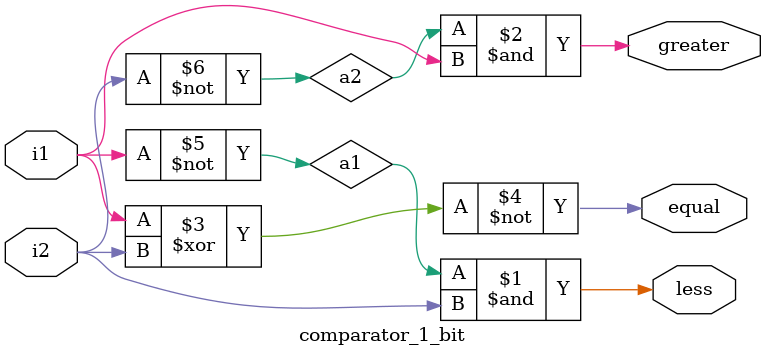
<source format=v>
module comparator_1_bit (i1, i2, less, equal,greater);
input i1, i2;
output less, equal,greater;
wire a1, a2;
not X1(a1, i1);
not X2 (a2, i2);
and X3 (less,a1, i2);
and X4 (greater,a2, i1);
xnor X5 (equal, i1, i2);
endmodule
</source>
